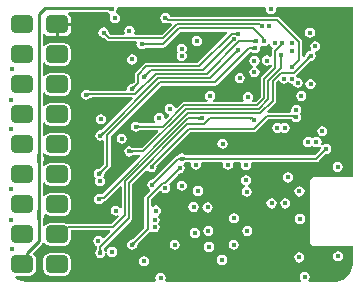
<source format=gbr>
%TF.GenerationSoftware,Altium Limited,Altium Designer,23.9.2 (47)*%
G04 Layer_Physical_Order=3*
G04 Layer_Color=16440176*
%FSLAX45Y45*%
%MOMM*%
%TF.SameCoordinates,AC4A3DE0-5486-420A-B1FF-1F5B93080124*%
%TF.FilePolarity,Positive*%
%TF.FileFunction,Copper,L3,Inr,Signal*%
%TF.Part,Single*%
G01*
G75*
%TA.AperFunction,Conductor*%
%ADD28C,0.15000*%
%ADD29C,0.25000*%
%TA.AperFunction,ViaPad*%
%ADD32C,0.45000*%
%TA.AperFunction,ComponentPad*%
G04:AMPARAMS|DCode=33|XSize=1.5mm|YSize=1.9mm|CornerRadius=0.375mm|HoleSize=0mm|Usage=FLASHONLY|Rotation=270.000|XOffset=0mm|YOffset=0mm|HoleType=Round|Shape=RoundedRectangle|*
%AMROUNDEDRECTD33*
21,1,1.50000,1.15000,0,0,270.0*
21,1,0.75000,1.90000,0,0,270.0*
1,1,0.75000,-0.57500,-0.37500*
1,1,0.75000,-0.57500,0.37500*
1,1,0.75000,0.57500,0.37500*
1,1,0.75000,0.57500,-0.37500*
%
%ADD33ROUNDEDRECTD33*%
G36*
X2956055Y1033945D02*
X2640000D01*
X2623183Y1030600D01*
X2608926Y1021074D01*
X2599401Y1006817D01*
X2596056Y990001D01*
Y490002D01*
X2599401Y473185D01*
X2608926Y458928D01*
X2623183Y449402D01*
X2640000Y446057D01*
X2956055D01*
Y299999D01*
X2956164Y299449D01*
X2950913Y259563D01*
X2935305Y221881D01*
X2910476Y189524D01*
X2878118Y164695D01*
X2840437Y149087D01*
X2814295Y145645D01*
X2800000Y143944D01*
Y143944D01*
X2584569D01*
X2580019Y158944D01*
X2580641Y159359D01*
X2590034Y173417D01*
X2593332Y190000D01*
X2590034Y206583D01*
X2580641Y220640D01*
X2566583Y230034D01*
X2550000Y233332D01*
X2533417Y230034D01*
X2519359Y220640D01*
X2509966Y206583D01*
X2506668Y190000D01*
X2509966Y173417D01*
X2519359Y159359D01*
X2519981Y158944D01*
X2515431Y143944D01*
X1375063D01*
X1367045Y158944D01*
X1370034Y163417D01*
X1373332Y180000D01*
X1370034Y196583D01*
X1360640Y210640D01*
X1346583Y220034D01*
X1330000Y223332D01*
X1313417Y220034D01*
X1299359Y210640D01*
X1289966Y196583D01*
X1286667Y180000D01*
X1289966Y163417D01*
X1292955Y158944D01*
X1284937Y143944D01*
X200000D01*
X199453Y143835D01*
X159563Y149087D01*
X121882Y164695D01*
X97751Y183211D01*
X102167Y196650D01*
X103283Y197874D01*
X217500D01*
X239935Y202336D01*
X258955Y215045D01*
X271663Y234065D01*
X276126Y256500D01*
Y331500D01*
X271663Y353935D01*
X258955Y372955D01*
X251318Y378058D01*
X249848Y392985D01*
X323431Y466569D01*
X330614Y477319D01*
X330812Y478313D01*
X346736Y481481D01*
X355045Y469045D01*
X374065Y456336D01*
X396500Y451874D01*
X511500D01*
X533935Y456336D01*
X552955Y469045D01*
X565663Y488065D01*
X570126Y510500D01*
Y581961D01*
X898090D01*
X903830Y568104D01*
X854695Y518968D01*
X835383Y520870D01*
X834272Y522533D01*
X820214Y531926D01*
X803632Y535224D01*
X787049Y531926D01*
X772991Y522533D01*
X763598Y508475D01*
X760299Y491892D01*
X763598Y475309D01*
X772991Y461252D01*
X787049Y451858D01*
X788175Y451634D01*
X792284Y445485D01*
X792153Y436147D01*
X791396Y434427D01*
X791325Y431143D01*
X791154Y428675D01*
X790892Y426560D01*
X790572Y424832D01*
X790225Y423487D01*
X789895Y422525D01*
X789630Y421927D01*
X789478Y421658D01*
X789472Y421649D01*
X788738Y420838D01*
X787443Y417209D01*
X780505Y406827D01*
X777207Y390244D01*
X780505Y373662D01*
X789899Y359604D01*
X803957Y350210D01*
X820539Y346912D01*
X837122Y350210D01*
X851180Y359604D01*
X860573Y373662D01*
X862612Y383913D01*
X863872Y390244D01*
X878304Y391769D01*
X879966Y383417D01*
X889359Y369359D01*
X903417Y359966D01*
X920000Y356668D01*
X936583Y359966D01*
X950640Y369359D01*
X960034Y383417D01*
X963332Y400000D01*
X960034Y416583D01*
X950640Y430640D01*
X936583Y440034D01*
X920000Y443332D01*
X903417Y440034D01*
X889359Y430640D01*
X879966Y416583D01*
X877927Y406332D01*
X876667Y400000D01*
X862235Y398476D01*
X860573Y406827D01*
X853636Y417209D01*
X852340Y420838D01*
X851607Y421649D01*
X851601Y421658D01*
X851448Y421928D01*
X851183Y422526D01*
X850854Y423487D01*
X850507Y424831D01*
X850241Y426267D01*
X849747Y431426D01*
X849682Y434427D01*
X849614Y434582D01*
X1079826Y664795D01*
X1085904Y673891D01*
X1088038Y684621D01*
Y973534D01*
X1203183Y1088678D01*
X1222494Y1086776D01*
X1223605Y1085114D01*
X1237663Y1075720D01*
X1254246Y1072422D01*
X1270829Y1075720D01*
X1284886Y1085114D01*
X1294280Y1099172D01*
X1297578Y1115754D01*
X1295559Y1125906D01*
X1436849Y1267196D01*
X1436849Y1267197D01*
X1581614Y1411961D01*
X2120000D01*
X2130730Y1414096D01*
X2139826Y1420174D01*
X2241614Y1521961D01*
X2430520D01*
X2431991Y1521082D01*
X2433342Y1521422D01*
X2434616Y1520858D01*
X2437918Y1520778D01*
X2440158Y1520599D01*
X2441788Y1520359D01*
X2442050Y1520299D01*
X2449360Y1509359D01*
X2463417Y1499966D01*
X2480000Y1496668D01*
X2496583Y1499966D01*
X2510641Y1509359D01*
X2520034Y1523417D01*
X2523333Y1540000D01*
X2520034Y1556583D01*
X2511069Y1570000D01*
X2520034Y1583417D01*
X2523333Y1600000D01*
X2520034Y1616583D01*
X2510641Y1630641D01*
X2496583Y1640034D01*
X2480000Y1643333D01*
X2463417Y1640034D01*
X2449360Y1630641D01*
X2439966Y1616583D01*
X2436668Y1600000D01*
X2437831Y1594152D01*
X2437689Y1590682D01*
X2426893Y1578039D01*
X2238904D01*
X2232691Y1593038D01*
X2299826Y1660174D01*
X2305904Y1669270D01*
X2308039Y1680000D01*
Y1835960D01*
X2323642Y1851563D01*
X2340133Y1846841D01*
X2347502Y1835813D01*
X2361560Y1826420D01*
X2378143Y1823121D01*
X2394725Y1826420D01*
X2408004Y1835293D01*
X2408354Y1834770D01*
X2422412Y1825376D01*
X2438995Y1822078D01*
X2448669Y1824002D01*
X2450324Y1815683D01*
X2459718Y1801625D01*
X2473776Y1792231D01*
X2490358Y1788933D01*
X2506941Y1792231D01*
X2520999Y1801625D01*
X2530392Y1815683D01*
X2533691Y1832265D01*
X2530392Y1848848D01*
X2520999Y1862906D01*
X2506941Y1872299D01*
X2490358Y1875598D01*
X2484902Y1874512D01*
X2476353Y1887447D01*
X2478468Y1898083D01*
X2587314Y2006928D01*
X2589872Y2007924D01*
X2592243Y2010196D01*
X2594129Y2011841D01*
X2595824Y2013170D01*
X2597308Y2014198D01*
X2598549Y2014940D01*
X2599519Y2015424D01*
X2600200Y2015695D01*
X2600585Y2015808D01*
X2600688Y2015828D01*
X2601829Y2015909D01*
X2605558Y2017773D01*
X2616583Y2019966D01*
X2630640Y2029359D01*
X2640034Y2043417D01*
X2643332Y2060000D01*
X2640034Y2076583D01*
X2636347Y2082100D01*
X2637530Y2086816D01*
X2644108Y2097485D01*
X2656583Y2099966D01*
X2670641Y2109360D01*
X2680034Y2123417D01*
X2683332Y2140000D01*
X2680034Y2156583D01*
X2670641Y2170641D01*
X2656583Y2180034D01*
X2640000Y2183332D01*
X2623417Y2180034D01*
X2609360Y2170641D01*
X2599966Y2156583D01*
X2596668Y2140000D01*
X2599966Y2123417D01*
X2603653Y2117899D01*
X2602470Y2113184D01*
X2595892Y2102515D01*
X2583417Y2100034D01*
X2569359Y2090640D01*
X2559966Y2076583D01*
X2557257Y2062965D01*
X2555873Y2059877D01*
X2555845Y2058880D01*
X2555800Y2058710D01*
X2555600Y2058174D01*
X2555190Y2057322D01*
X2554519Y2056169D01*
X2553725Y2055004D01*
X2550457Y2051031D01*
X2548389Y2048869D01*
X2547922Y2048698D01*
X2543039Y2047193D01*
X2528039Y2057692D01*
Y2180000D01*
X2525904Y2190730D01*
X2519826Y2199826D01*
X2338263Y2381389D01*
X2329167Y2387467D01*
X2318437Y2389602D01*
X1411423D01*
X1410034Y2396583D01*
X1400641Y2410641D01*
X1386583Y2420034D01*
X1370000Y2423332D01*
X1353417Y2420034D01*
X1339360Y2410641D01*
X1329966Y2396583D01*
X1326668Y2380000D01*
X1329966Y2363417D01*
X1339360Y2349360D01*
X1353417Y2339966D01*
X1370000Y2336668D01*
X1381031Y2338862D01*
X1385825Y2335659D01*
X1396555Y2333524D01*
X1418014D01*
X1423755Y2319666D01*
X1342127Y2238038D01*
X1115278D01*
X1106893Y2252277D01*
X1106956Y2253038D01*
X1110125Y2268972D01*
X1106827Y2285554D01*
X1097433Y2299612D01*
X1083376Y2309006D01*
X1066793Y2312304D01*
X1050210Y2309006D01*
X1036152Y2299612D01*
X1026759Y2285554D01*
X1023460Y2268972D01*
X1026630Y2253038D01*
X1026693Y2252277D01*
X1018307Y2238038D01*
X906429D01*
X900869Y2243598D01*
X899875Y2246154D01*
X897604Y2248526D01*
X895977Y2250396D01*
X894670Y2252071D01*
X893674Y2253521D01*
X892967Y2254718D01*
X892519Y2255634D01*
X892285Y2256240D01*
X892201Y2256541D01*
X892199Y2256552D01*
X892145Y2257643D01*
X890496Y2261123D01*
X888059Y2273372D01*
X878666Y2287430D01*
X864608Y2296823D01*
X848025Y2300122D01*
X831443Y2296823D01*
X817385Y2287430D01*
X807991Y2273372D01*
X804693Y2256789D01*
X807991Y2240207D01*
X817385Y2226149D01*
X831443Y2216756D01*
X843691Y2214319D01*
X847172Y2212670D01*
X848263Y2212615D01*
X848274Y2212614D01*
X848574Y2212530D01*
X849182Y2212295D01*
X850095Y2211849D01*
X851291Y2211142D01*
X852493Y2210317D01*
X856493Y2207015D01*
X858661Y2204940D01*
X861216Y2203946D01*
X874989Y2190174D01*
X884085Y2184095D01*
X894815Y2181961D01*
X1118184D01*
X1128204Y2166961D01*
X1126336Y2157572D01*
X1129635Y2140989D01*
X1139028Y2126931D01*
X1153086Y2117538D01*
X1169668Y2114239D01*
X1186251Y2117538D01*
X1196634Y2124475D01*
X1200263Y2125770D01*
X1201073Y2126504D01*
X1201082Y2126510D01*
X1201352Y2126663D01*
X1201950Y2126928D01*
X1202911Y2127257D01*
X1204255Y2127604D01*
X1205692Y2127870D01*
X1210850Y2128364D01*
X1213851Y2128429D01*
X1216362Y2129533D01*
X1347571D01*
X1358301Y2131667D01*
X1367398Y2137745D01*
X1494832Y2265180D01*
X1890877D01*
X1896617Y2251322D01*
X1643334Y1998039D01*
X1210000D01*
X1199270Y1995905D01*
X1190174Y1989826D01*
X1120174Y1919826D01*
X1114096Y1910730D01*
X1111961Y1900000D01*
Y1841614D01*
X1103191Y1832844D01*
X1100636Y1831850D01*
X1098264Y1829579D01*
X1096394Y1827951D01*
X1094719Y1826645D01*
X1093269Y1825649D01*
X1092071Y1824942D01*
X1091156Y1824494D01*
X1090550Y1824260D01*
X1090249Y1824176D01*
X1090238Y1824174D01*
X1089147Y1824120D01*
X1085666Y1822470D01*
X1073417Y1820034D01*
X1059360Y1810641D01*
X1049966Y1796583D01*
X1046668Y1780000D01*
X1047058Y1778039D01*
X1034747Y1763039D01*
X744128D01*
X741584Y1764145D01*
X738270Y1764202D01*
X735811Y1764336D01*
X730749Y1764934D01*
X729120Y1765248D01*
X727528Y1765648D01*
X726221Y1766063D01*
X725193Y1766467D01*
X724427Y1766836D01*
X723086Y1767619D01*
X719453Y1768116D01*
X716583Y1770034D01*
X700000Y1773332D01*
X683417Y1770034D01*
X669360Y1760641D01*
X659966Y1746583D01*
X656668Y1730000D01*
X659966Y1713417D01*
X669360Y1699360D01*
X683417Y1689966D01*
X700000Y1686668D01*
X716583Y1689966D01*
X730641Y1699360D01*
X733383Y1703464D01*
X734388Y1704078D01*
X734509Y1704093D01*
X734577Y1704131D01*
X735017Y1704244D01*
X735441Y1704563D01*
X735799Y1704712D01*
X735915Y1704828D01*
X736649Y1705054D01*
X737971Y1705341D01*
X739799Y1705599D01*
X742110Y1705780D01*
X745383Y1705859D01*
X747593Y1706838D01*
X749982Y1706467D01*
X750658Y1706962D01*
X1088053D01*
X1093793Y1693104D01*
X838033Y1437344D01*
X836410Y1436943D01*
X835659Y1435699D01*
X834304Y1435175D01*
X831939Y1432918D01*
X830140Y1431373D01*
X828591Y1430194D01*
X827341Y1429373D01*
X826428Y1428873D01*
X826115Y1428737D01*
X825922Y1428752D01*
X825534Y1428627D01*
X825160Y1428605D01*
X824759Y1428411D01*
X824674Y1428395D01*
X824539Y1428306D01*
X823028Y1427818D01*
X820780Y1428265D01*
X804198Y1424967D01*
X790140Y1415573D01*
X780746Y1401516D01*
X777448Y1384933D01*
X780746Y1368350D01*
X790140Y1354292D01*
X804198Y1344899D01*
X820780Y1341601D01*
X836961Y1344819D01*
X837383Y1344888D01*
X851961Y1336613D01*
Y1141614D01*
X823191Y1112844D01*
X820636Y1111850D01*
X818264Y1109579D01*
X816394Y1107951D01*
X814719Y1106644D01*
X813268Y1105649D01*
X812071Y1104942D01*
X811156Y1104494D01*
X810549Y1104260D01*
X810248Y1104176D01*
X810237Y1104174D01*
X809147Y1104120D01*
X805666Y1102470D01*
X793417Y1100034D01*
X779359Y1090640D01*
X769966Y1076583D01*
X766668Y1060000D01*
X769966Y1043417D01*
X779359Y1029359D01*
X785752Y1025088D01*
X778710Y1014548D01*
X775411Y997965D01*
X778710Y981383D01*
X788103Y967325D01*
X802161Y957931D01*
X818744Y954633D01*
X835326Y957931D01*
X849384Y967325D01*
X858778Y981383D01*
X862076Y997965D01*
X858778Y1014548D01*
X849384Y1028606D01*
X842991Y1032878D01*
X850034Y1043417D01*
X852470Y1055666D01*
X854120Y1059147D01*
X854174Y1060238D01*
X854176Y1060248D01*
X854259Y1060548D01*
X854494Y1061157D01*
X854941Y1062069D01*
X855647Y1063266D01*
X856472Y1064468D01*
X859774Y1068468D01*
X861850Y1070636D01*
X862844Y1073191D01*
X899826Y1110174D01*
X905904Y1119270D01*
X908039Y1130000D01*
Y1379981D01*
X1336432Y1808375D01*
X1789426D01*
X1800156Y1810510D01*
X1809253Y1816588D01*
X2087023Y2094358D01*
X2087783Y2094024D01*
X2091067Y2093953D01*
X2093535Y2093781D01*
X2095650Y2093520D01*
X2097378Y2093199D01*
X2098722Y2092852D01*
X2099685Y2092523D01*
X2100282Y2092258D01*
X2100551Y2092106D01*
X2100561Y2092099D01*
X2101371Y2091366D01*
X2105000Y2090070D01*
X2115383Y2083133D01*
X2131965Y2079834D01*
X2148548Y2083133D01*
X2162606Y2092526D01*
X2171999Y2106584D01*
X2175298Y2123167D01*
X2172655Y2136453D01*
X2180987Y2144394D01*
X2184812Y2146370D01*
X2186720Y2145096D01*
X2203302Y2141797D01*
X2219885Y2145096D01*
X2233943Y2154489D01*
X2239802Y2163258D01*
X2255726Y2160091D01*
X2257053Y2153418D01*
X2266447Y2139360D01*
X2273669Y2134535D01*
X2278887Y2122736D01*
X2277261Y2115467D01*
X2274096Y2110730D01*
X2271961Y2100000D01*
Y2059743D01*
X2269426Y2057705D01*
X2256961Y2053099D01*
X2246583Y2060034D01*
X2230000Y2063332D01*
X2213417Y2060034D01*
X2199360Y2050641D01*
X2189966Y2036583D01*
X2186668Y2020000D01*
X2189966Y2003417D01*
X2199360Y1989359D01*
X2213417Y1979966D01*
X2230000Y1976668D01*
X2246583Y1979966D01*
X2256961Y1986901D01*
X2269426Y1982295D01*
X2270646Y1981314D01*
X2271156Y1966053D01*
X2190174Y1885071D01*
X2184096Y1875975D01*
X2181962Y1865245D01*
Y1714040D01*
X2135960Y1668039D01*
X2109742D01*
X2107709Y1670566D01*
X2103097Y1683039D01*
X2110030Y1693414D01*
X2113328Y1709997D01*
X2110030Y1726579D01*
X2100636Y1740637D01*
X2086579Y1750031D01*
X2069996Y1753329D01*
X2053413Y1750031D01*
X2039355Y1740637D01*
X2029962Y1726579D01*
X2026663Y1709997D01*
X2029962Y1693414D01*
X2036895Y1683039D01*
X2032283Y1670566D01*
X2030250Y1668039D01*
X1775732D01*
X1771181Y1683039D01*
X1780640Y1689359D01*
X1790033Y1703416D01*
X1793331Y1719999D01*
X1790033Y1736582D01*
X1780640Y1750640D01*
X1766582Y1760033D01*
X1749999Y1763331D01*
X1733416Y1760033D01*
X1719359Y1750640D01*
X1709965Y1736582D01*
X1706667Y1719999D01*
X1709965Y1703416D01*
X1719359Y1689359D01*
X1728817Y1683039D01*
X1724266Y1668039D01*
X1530000D01*
X1519270Y1665904D01*
X1510174Y1659826D01*
X1466173Y1615825D01*
X1449897Y1620762D01*
X1448593Y1627313D01*
X1439200Y1641371D01*
X1425142Y1650764D01*
X1408560Y1654063D01*
X1391977Y1650764D01*
X1377919Y1641371D01*
X1368526Y1627313D01*
X1365227Y1610730D01*
X1368526Y1594148D01*
X1377919Y1580090D01*
X1391977Y1570696D01*
X1398528Y1569393D01*
X1403465Y1553117D01*
X1375945Y1525597D01*
X1362121Y1532987D01*
X1362130Y1533032D01*
X1358831Y1549615D01*
X1349438Y1563673D01*
X1335380Y1573066D01*
X1318797Y1576365D01*
X1302215Y1573066D01*
X1288157Y1563673D01*
X1278764Y1549615D01*
X1275465Y1533032D01*
X1278764Y1516450D01*
X1287725Y1503038D01*
X1286971Y1499307D01*
X1282639Y1488038D01*
X1166694D01*
X1164184Y1489143D01*
X1160899Y1489214D01*
X1158431Y1489385D01*
X1156315Y1489647D01*
X1154587Y1489968D01*
X1153243Y1490315D01*
X1152281Y1490644D01*
X1151683Y1490909D01*
X1151414Y1491061D01*
X1151405Y1491068D01*
X1150594Y1491801D01*
X1146965Y1493096D01*
X1136583Y1500034D01*
X1120000Y1503332D01*
X1103417Y1500034D01*
X1089360Y1490640D01*
X1079966Y1476583D01*
X1076668Y1460000D01*
X1079966Y1443417D01*
X1089360Y1429359D01*
X1103417Y1419966D01*
X1120000Y1416667D01*
X1136583Y1419966D01*
X1146965Y1426903D01*
X1150594Y1428199D01*
X1151405Y1428932D01*
X1151413Y1428938D01*
X1151684Y1429091D01*
X1152281Y1429356D01*
X1153243Y1429685D01*
X1154587Y1430032D01*
X1156023Y1430299D01*
X1161182Y1430792D01*
X1164184Y1430857D01*
X1166693Y1431961D01*
X1305137D01*
X1310877Y1418103D01*
X1170812Y1278039D01*
X1111693D01*
X1109182Y1279143D01*
X1105899Y1279214D01*
X1103431Y1279386D01*
X1101316Y1279647D01*
X1099587Y1279968D01*
X1098243Y1280315D01*
X1097281Y1280644D01*
X1096683Y1280909D01*
X1096414Y1281061D01*
X1096405Y1281068D01*
X1095594Y1281801D01*
X1091965Y1283096D01*
X1081583Y1290034D01*
X1065000Y1293332D01*
X1048418Y1290034D01*
X1034360Y1280641D01*
X1024966Y1266583D01*
X1021668Y1250000D01*
X1024966Y1233417D01*
X1034360Y1219360D01*
X1048418Y1209966D01*
X1065000Y1206668D01*
X1081583Y1209966D01*
X1091965Y1216904D01*
X1095594Y1218199D01*
X1096405Y1218932D01*
X1096413Y1218939D01*
X1096684Y1219092D01*
X1097282Y1219356D01*
X1098243Y1219685D01*
X1099587Y1220032D01*
X1101023Y1220299D01*
X1106182Y1220792D01*
X1109182Y1220857D01*
X1111693Y1221961D01*
X1152711D01*
X1158451Y1208104D01*
X838386Y888039D01*
X829525D01*
X822230Y886588D01*
X807577Y889502D01*
X790994Y886204D01*
X776936Y876810D01*
X767543Y862752D01*
X764245Y846170D01*
X767543Y829587D01*
X776936Y815529D01*
X790994Y806136D01*
X807577Y802837D01*
X824160Y806136D01*
X838218Y815529D01*
X847611Y829587D01*
X848083Y831962D01*
X850000D01*
X860730Y834096D01*
X869826Y840174D01*
X988103Y958451D01*
X1001961Y952711D01*
Y774427D01*
X986961Y769877D01*
X980640Y779337D01*
X966583Y788730D01*
X950000Y792028D01*
X933417Y788730D01*
X919359Y779337D01*
X909966Y765279D01*
X906667Y748696D01*
X909966Y732113D01*
X919359Y718055D01*
X933417Y708662D01*
X950000Y705364D01*
X966583Y708662D01*
X970241Y711107D01*
X979803Y699456D01*
X918386Y638039D01*
X550286D01*
X539560Y635905D01*
X533935Y639663D01*
X511500Y644126D01*
X396500D01*
X374065Y639663D01*
X355045Y626955D01*
X348136Y616615D01*
X333136Y621166D01*
Y666238D01*
X334147Y668625D01*
X334177Y672518D01*
X334406Y678920D01*
X334812Y683438D01*
X334966Y684440D01*
X335051Y684831D01*
X335261Y685509D01*
X335242Y685712D01*
X335250Y685750D01*
X335226Y685884D01*
X335198Y686181D01*
X340034Y693417D01*
X343332Y710000D01*
X342320Y715090D01*
X351720Y720966D01*
X356183Y722285D01*
X374065Y710336D01*
X396500Y705874D01*
X511500D01*
X533935Y710336D01*
X552955Y723045D01*
X565663Y742065D01*
X570126Y764500D01*
Y839500D01*
X565663Y861935D01*
X552955Y880955D01*
X533935Y893663D01*
X511500Y898126D01*
X396500D01*
X374065Y893663D01*
X355045Y880955D01*
X348136Y870615D01*
X333136Y875166D01*
Y982834D01*
X348136Y987384D01*
X355045Y977045D01*
X374065Y964336D01*
X396500Y959874D01*
X511500D01*
X533935Y964336D01*
X552955Y977045D01*
X565663Y996065D01*
X570126Y1018500D01*
Y1093500D01*
X565663Y1115935D01*
X552955Y1134955D01*
X533935Y1147663D01*
X511500Y1152126D01*
X396500D01*
X374065Y1147663D01*
X355045Y1134955D01*
X348136Y1124615D01*
X333136Y1129166D01*
Y1146237D01*
X334147Y1148624D01*
X334177Y1152517D01*
X334406Y1158919D01*
X334812Y1163438D01*
X334966Y1164440D01*
X335051Y1164831D01*
X335261Y1165509D01*
X335242Y1165712D01*
X335250Y1165750D01*
X335226Y1165883D01*
X335198Y1166181D01*
X340034Y1173417D01*
X343332Y1190000D01*
X340034Y1206583D01*
X335216Y1213792D01*
X335207Y1213916D01*
X335226Y1214116D01*
X335250Y1214250D01*
X335242Y1214288D01*
X335261Y1214491D01*
X335134Y1214899D01*
X334174Y1227890D01*
X334147Y1231375D01*
X335868Y1232745D01*
X355045Y1231045D01*
X374065Y1218336D01*
X396500Y1213874D01*
X511500D01*
X533935Y1218336D01*
X552955Y1231045D01*
X565663Y1250065D01*
X570126Y1272500D01*
Y1347500D01*
X565663Y1369935D01*
X552955Y1388955D01*
X533935Y1401663D01*
X511500Y1406126D01*
X396500D01*
X374065Y1401663D01*
X355045Y1388955D01*
X348136Y1378615D01*
X333136Y1383166D01*
Y1490834D01*
X348136Y1495384D01*
X355045Y1485045D01*
X374065Y1472336D01*
X396500Y1467874D01*
X511500D01*
X533935Y1472336D01*
X552955Y1485045D01*
X565663Y1504065D01*
X570126Y1526500D01*
Y1601500D01*
X565663Y1623935D01*
X552955Y1642955D01*
X533935Y1655663D01*
X511500Y1660126D01*
X396500D01*
X374065Y1655663D01*
X355045Y1642955D01*
X348136Y1632615D01*
X333136Y1637166D01*
Y1744834D01*
X348136Y1749384D01*
X355045Y1739045D01*
X374065Y1726336D01*
X396500Y1721874D01*
X511500D01*
X533935Y1726336D01*
X552955Y1739045D01*
X565663Y1758065D01*
X570126Y1780500D01*
Y1855500D01*
X565663Y1877935D01*
X552955Y1896955D01*
X533935Y1909663D01*
X511500Y1914126D01*
X396500D01*
X374065Y1909663D01*
X355045Y1896955D01*
X348136Y1886615D01*
X333136Y1891166D01*
Y1998834D01*
X348136Y2003384D01*
X355045Y1993045D01*
X374065Y1980336D01*
X396500Y1975874D01*
X511500D01*
X533935Y1980336D01*
X552955Y1993045D01*
X565663Y2012065D01*
X570126Y2034500D01*
Y2109500D01*
X565663Y2131935D01*
X552955Y2150955D01*
X533935Y2163663D01*
X511500Y2168126D01*
X396500D01*
X374065Y2163663D01*
X355045Y2150955D01*
X348136Y2140615D01*
X333136Y2145166D01*
Y2243114D01*
X348136Y2247664D01*
X351152Y2243152D01*
X371958Y2229250D01*
X396500Y2224368D01*
X441300D01*
Y2326000D01*
X454000D01*
Y2338700D01*
X575632D01*
Y2363500D01*
X570750Y2388042D01*
X556848Y2408848D01*
X547155Y2415325D01*
X551705Y2430325D01*
X881169D01*
X885556Y2423759D01*
X899614Y2414366D01*
X906382Y2397726D01*
X904084Y2394287D01*
X900785Y2377704D01*
X904084Y2361121D01*
X913477Y2347063D01*
X927535Y2337670D01*
X944117Y2334372D01*
X960700Y2337670D01*
X974758Y2347063D01*
X984151Y2361121D01*
X987450Y2377704D01*
X984151Y2394287D01*
X974758Y2408344D01*
X960700Y2417738D01*
X953932Y2434378D01*
X956230Y2437817D01*
X959529Y2454400D01*
X958205Y2461056D01*
X969508Y2476056D01*
X2213271D01*
X2224574Y2461056D01*
X2223250Y2454400D01*
X2226549Y2437817D01*
X2235942Y2423759D01*
X2250000Y2414366D01*
X2266583Y2411068D01*
X2283165Y2414366D01*
X2297223Y2423759D01*
X2306617Y2437817D01*
X2309915Y2454400D01*
X2308591Y2461056D01*
X2319894Y2476056D01*
X2956055D01*
Y1033945D01*
D02*
G37*
G36*
X1972957Y2231128D02*
X1971278Y2232729D01*
X1969363Y2234161D01*
X1967211Y2235425D01*
X1964824Y2236521D01*
X1962200Y2237447D01*
X1959339Y2238206D01*
X1956243Y2238795D01*
X1952910Y2239217D01*
X1949341Y2239469D01*
X1945536Y2239554D01*
X1945986Y2254554D01*
X1949774Y2254634D01*
X1956683Y2255279D01*
X1959803Y2255844D01*
X1962700Y2256569D01*
X1965375Y2257456D01*
X1967827Y2258504D01*
X1970056Y2259713D01*
X1972063Y2261084D01*
X1973846Y2262616D01*
X1972957Y2231128D01*
D02*
G37*
G36*
X870640Y2254231D02*
X871036Y2251853D01*
X871710Y2249428D01*
X872663Y2246959D01*
X873895Y2244443D01*
X875406Y2241882D01*
X877196Y2239276D01*
X879264Y2236624D01*
X881612Y2233926D01*
X884238Y2231183D01*
X873632Y2220576D01*
X870889Y2223203D01*
X865539Y2227619D01*
X862932Y2229409D01*
X860371Y2230920D01*
X857856Y2232152D01*
X855386Y2233105D01*
X852962Y2233779D01*
X850583Y2234174D01*
X848250Y2234291D01*
X870524Y2256564D01*
X870640Y2254231D01*
D02*
G37*
G36*
X2125220Y2167906D02*
X2123488Y2169474D01*
X2121526Y2170876D01*
X2119335Y2172114D01*
X2116915Y2173186D01*
X2114265Y2174094D01*
X2111386Y2174836D01*
X2108277Y2175414D01*
X2104939Y2175826D01*
X2101372Y2176074D01*
X2097575Y2176156D01*
Y2191156D01*
X2101372Y2191239D01*
X2108277Y2191899D01*
X2111386Y2192476D01*
X2114265Y2193219D01*
X2116915Y2194126D01*
X2119335Y2195199D01*
X2121526Y2196436D01*
X2123488Y2197839D01*
X2125220Y2199406D01*
Y2167906D01*
D02*
G37*
G36*
X1949774Y2177460D02*
X1947441Y2177344D01*
X1945063Y2176949D01*
X1942638Y2176275D01*
X1940169Y2175322D01*
X1937653Y2174090D01*
X1935092Y2172579D01*
X1932486Y2170789D01*
X1929834Y2168720D01*
X1927136Y2166373D01*
X1924393Y2163746D01*
X1913786Y2174353D01*
X1916413Y2177096D01*
X1920829Y2182445D01*
X1922619Y2185052D01*
X1924130Y2187613D01*
X1925362Y2190128D01*
X1926315Y2192598D01*
X1926989Y2195023D01*
X1927384Y2197401D01*
X1927501Y2199734D01*
X1949774Y2177460D01*
D02*
G37*
G36*
X1187469Y2171754D02*
X1189430Y2170352D01*
X1191621Y2169114D01*
X1194041Y2168041D01*
X1196691Y2167134D01*
X1199570Y2166391D01*
X1202679Y2165814D01*
X1206017Y2165402D01*
X1209585Y2165154D01*
X1213382Y2165072D01*
Y2150071D01*
X1209585Y2149989D01*
X1202679Y2149329D01*
X1199570Y2148752D01*
X1196691Y2148009D01*
X1194041Y2147102D01*
X1191621Y2146029D01*
X1189430Y2144791D01*
X1187469Y2143389D01*
X1185737Y2141821D01*
Y2173322D01*
X1187469Y2171754D01*
D02*
G37*
G36*
X2362899Y2141744D02*
X2360538Y2141387D01*
X2358137Y2140780D01*
X2355698Y2139923D01*
X2353219Y2138816D01*
X2350702Y2137459D01*
X2348145Y2135851D01*
X2345550Y2133994D01*
X2342915Y2131887D01*
X2337528Y2126922D01*
X2325691Y2136298D01*
X2328334Y2139066D01*
X2332702Y2144436D01*
X2334426Y2147037D01*
X2335844Y2149582D01*
X2336956Y2152071D01*
X2337761Y2154504D01*
X2338259Y2156881D01*
X2338452Y2159202D01*
X2338338Y2161468D01*
X2362899Y2141744D01*
D02*
G37*
G36*
X2115897Y2107417D02*
X2114165Y2108984D01*
X2112204Y2110387D01*
X2110013Y2111624D01*
X2107592Y2112697D01*
X2104942Y2113604D01*
X2102063Y2114347D01*
X2098955Y2114924D01*
X2095617Y2115337D01*
X2092049Y2115584D01*
X2088252Y2115667D01*
Y2130667D01*
X2092049Y2130749D01*
X2098955Y2131409D01*
X2102063Y2131987D01*
X2104942Y2132729D01*
X2107592Y2133637D01*
X2110013Y2134709D01*
X2112204Y2135947D01*
X2114165Y2137349D01*
X2115897Y2138917D01*
Y2107417D01*
D02*
G37*
G36*
X1989775Y2087501D02*
X1987442Y2087385D01*
X1985063Y2086990D01*
X1982639Y2086316D01*
X1980169Y2085362D01*
X1977654Y2084130D01*
X1975093Y2082620D01*
X1972486Y2080830D01*
X1969834Y2078761D01*
X1967137Y2076413D01*
X1964394Y2073787D01*
X1953787Y2084394D01*
X1956413Y2087137D01*
X1960830Y2092486D01*
X1962620Y2095093D01*
X1964130Y2097654D01*
X1965362Y2100169D01*
X1966316Y2102639D01*
X1966990Y2105063D01*
X1967385Y2107442D01*
X1967501Y2109775D01*
X1989775Y2087501D01*
D02*
G37*
G36*
X2364183Y2052200D02*
X2362780Y2050238D01*
X2361543Y2048047D01*
X2360470Y2045627D01*
X2359563Y2042977D01*
X2358820Y2040098D01*
X2358243Y2036989D01*
X2357830Y2033651D01*
X2357583Y2030084D01*
X2357500Y2026287D01*
X2342500D01*
X2342418Y2030084D01*
X2341758Y2036989D01*
X2341180Y2040098D01*
X2340438Y2042977D01*
X2339530Y2045627D01*
X2338458Y2048047D01*
X2337220Y2050238D01*
X2335818Y2052200D01*
X2334250Y2053932D01*
X2365750D01*
X2364183Y2052200D01*
D02*
G37*
G36*
X2600294Y2037502D02*
X2597951Y2037335D01*
X2595565Y2036896D01*
X2593134Y2036183D01*
X2590660Y2035198D01*
X2588142Y2033940D01*
X2585580Y2032408D01*
X2582975Y2030604D01*
X2580325Y2028527D01*
X2577632Y2026178D01*
X2574895Y2023555D01*
X2564029Y2033902D01*
X2566659Y2036651D01*
X2571065Y2042007D01*
X2572840Y2044613D01*
X2574331Y2047172D01*
X2575537Y2049684D01*
X2576458Y2052148D01*
X2577094Y2054565D01*
X2577446Y2056935D01*
X2577512Y2059256D01*
X2600294Y2037502D01*
D02*
G37*
G36*
X2476216Y1988515D02*
X2473589Y1985772D01*
X2469173Y1980423D01*
X2467383Y1977816D01*
X2465872Y1975255D01*
X2464640Y1972740D01*
X2463687Y1970270D01*
X2463013Y1967846D01*
X2462618Y1965467D01*
X2462502Y1963134D01*
X2440228Y1985408D01*
X2442561Y1985524D01*
X2444939Y1985919D01*
X2447364Y1986593D01*
X2449834Y1987547D01*
X2452349Y1988779D01*
X2454910Y1990289D01*
X2457517Y1992079D01*
X2460169Y1994148D01*
X2462866Y1996496D01*
X2465609Y1999122D01*
X2476216Y1988515D01*
D02*
G37*
G36*
X1226213Y1905607D02*
X1223587Y1902863D01*
X1219170Y1897514D01*
X1217380Y1894907D01*
X1215870Y1892346D01*
X1214638Y1889831D01*
X1213684Y1887361D01*
X1213010Y1884937D01*
X1212615Y1882558D01*
X1212499Y1880225D01*
X1190225Y1902499D01*
X1192558Y1902615D01*
X1194937Y1903010D01*
X1197361Y1903685D01*
X1199831Y1904638D01*
X1202346Y1905870D01*
X1204907Y1907380D01*
X1207514Y1909170D01*
X1210166Y1911239D01*
X1212863Y1913587D01*
X1215606Y1916213D01*
X1226213Y1905607D01*
D02*
G37*
G36*
X1126213Y1805606D02*
X1123587Y1802863D01*
X1119170Y1797514D01*
X1117381Y1794907D01*
X1115870Y1792346D01*
X1114638Y1789831D01*
X1113685Y1787361D01*
X1113010Y1784937D01*
X1112615Y1782558D01*
X1112499Y1780225D01*
X1090225Y1802499D01*
X1092558Y1802615D01*
X1094937Y1803010D01*
X1097361Y1803684D01*
X1099831Y1804638D01*
X1102346Y1805870D01*
X1104907Y1807380D01*
X1107514Y1809170D01*
X1110166Y1811239D01*
X1112863Y1813587D01*
X1115607Y1816213D01*
X1126213Y1805606D01*
D02*
G37*
G36*
X714257Y1747706D02*
X716528Y1746613D01*
X718980Y1745649D01*
X721612Y1744814D01*
X724426Y1744107D01*
X727421Y1743528D01*
X733953Y1742757D01*
X737490Y1742564D01*
X741208Y1742500D01*
X744861Y1727500D01*
X741007Y1727407D01*
X737438Y1727129D01*
X734155Y1726664D01*
X731157Y1726014D01*
X728445Y1725179D01*
X726018Y1724157D01*
X723877Y1722950D01*
X722021Y1721557D01*
X720451Y1719979D01*
X719166Y1718215D01*
X712166Y1748927D01*
X714257Y1747706D01*
D02*
G37*
G36*
X2458606Y1533032D02*
X2457817Y1534831D01*
X2456681Y1536441D01*
X2455199Y1537861D01*
X2453372Y1539092D01*
X2451198Y1540133D01*
X2448678Y1540985D01*
X2445812Y1541648D01*
X2442601Y1542121D01*
X2439043Y1542405D01*
X2435140Y1542500D01*
X2437345Y1557500D01*
X2442486Y1557530D01*
X2464943Y1558981D01*
X2467287Y1559435D01*
X2469232Y1559949D01*
X2470777Y1560523D01*
X2458606Y1533032D01*
D02*
G37*
G36*
X1663932Y1514250D02*
X1662200Y1515817D01*
X1660238Y1517220D01*
X1658047Y1518457D01*
X1655627Y1519530D01*
X1652977Y1520437D01*
X1650098Y1521180D01*
X1646989Y1521757D01*
X1643651Y1522170D01*
X1640084Y1522418D01*
X1636287Y1522500D01*
Y1537500D01*
X1640084Y1537582D01*
X1646989Y1538243D01*
X1650098Y1538820D01*
X1652977Y1539563D01*
X1655627Y1540470D01*
X1658047Y1541543D01*
X1660238Y1542780D01*
X1662200Y1544183D01*
X1663932Y1545750D01*
Y1514250D01*
D02*
G37*
G36*
X2098606Y1513033D02*
X2097816Y1514831D01*
X2096681Y1516441D01*
X2095199Y1517861D01*
X2093371Y1519092D01*
X2091198Y1520133D01*
X2088678Y1520985D01*
X2085812Y1521648D01*
X2082601Y1522121D01*
X2079043Y1522405D01*
X2075140Y1522500D01*
X2077345Y1537500D01*
X2082486Y1537530D01*
X2104943Y1538981D01*
X2107287Y1539435D01*
X2109232Y1539949D01*
X2110777Y1540523D01*
X2098606Y1513033D01*
D02*
G37*
G36*
X1137800Y1474182D02*
X1139762Y1472780D01*
X1141953Y1471542D01*
X1144373Y1470470D01*
X1147023Y1469562D01*
X1149902Y1468820D01*
X1153011Y1468242D01*
X1156349Y1467830D01*
X1159916Y1467582D01*
X1163713Y1467500D01*
Y1452500D01*
X1159916Y1452417D01*
X1153011Y1451757D01*
X1149902Y1451180D01*
X1147023Y1450437D01*
X1144373Y1449530D01*
X1141953Y1448457D01*
X1139762Y1447220D01*
X1137800Y1445817D01*
X1136068Y1444250D01*
Y1475750D01*
X1137800Y1474182D01*
D02*
G37*
G36*
X858245Y1407296D02*
X855644Y1404594D01*
X851165Y1399302D01*
X849287Y1396713D01*
X847651Y1394163D01*
X846256Y1391650D01*
X845101Y1389175D01*
X844188Y1386738D01*
X843516Y1384339D01*
X843085Y1381978D01*
X824181Y1407174D01*
X826419Y1406994D01*
X828717Y1407128D01*
X831074Y1407576D01*
X833491Y1408338D01*
X835968Y1409415D01*
X838505Y1410806D01*
X841101Y1412511D01*
X843757Y1414531D01*
X846473Y1416864D01*
X849248Y1419512D01*
X858245Y1407296D01*
D02*
G37*
G36*
X1082800Y1264183D02*
X1084762Y1262780D01*
X1086953Y1261543D01*
X1089373Y1260470D01*
X1092023Y1259563D01*
X1094902Y1258820D01*
X1098011Y1258243D01*
X1101349Y1257830D01*
X1104916Y1257582D01*
X1108713Y1257500D01*
Y1242500D01*
X1104916Y1242418D01*
X1098011Y1241757D01*
X1094902Y1241180D01*
X1092023Y1240437D01*
X1089373Y1239530D01*
X1086953Y1238458D01*
X1084762Y1237220D01*
X1082800Y1235817D01*
X1081068Y1234250D01*
Y1265750D01*
X1082800Y1264183D01*
D02*
G37*
G36*
X312532Y1227005D02*
X313670Y1211620D01*
X314092Y1209669D01*
X314580Y1208093D01*
X315132Y1206893D01*
X315750Y1206068D01*
X284250D01*
X284867Y1206893D01*
X285420Y1208093D01*
X285907Y1209669D01*
X286330Y1211620D01*
X286688Y1213946D01*
X287207Y1219725D01*
X287468Y1227005D01*
X287500Y1231208D01*
X312500D01*
X312532Y1227005D01*
D02*
G37*
G36*
X315132Y1173107D02*
X314580Y1171907D01*
X314092Y1170331D01*
X313670Y1168380D01*
X313312Y1166054D01*
X312792Y1160275D01*
X312532Y1152995D01*
X312500Y1148792D01*
X287500D01*
X287468Y1152995D01*
X286330Y1168380D01*
X285907Y1170331D01*
X285420Y1171907D01*
X284867Y1173107D01*
X284250Y1173932D01*
X315750D01*
X315132Y1173107D01*
D02*
G37*
G36*
X846213Y1085606D02*
X843587Y1082863D01*
X839170Y1077514D01*
X837380Y1074907D01*
X835870Y1072346D01*
X834638Y1069831D01*
X833684Y1067361D01*
X833010Y1064937D01*
X832615Y1062558D01*
X832499Y1060225D01*
X810225Y1082499D01*
X812558Y1082615D01*
X814937Y1083010D01*
X817361Y1083684D01*
X819831Y1084638D01*
X822346Y1085870D01*
X824907Y1087380D01*
X827514Y1089170D01*
X830166Y1091239D01*
X832863Y1093587D01*
X835606Y1096213D01*
X846213Y1085606D01*
D02*
G37*
G36*
X312532Y747005D02*
X313670Y731620D01*
X314092Y729669D01*
X314580Y728093D01*
X315132Y726893D01*
X315750Y726068D01*
X284250D01*
X284867Y726893D01*
X285420Y728093D01*
X285907Y729669D01*
X286330Y731620D01*
X286688Y733946D01*
X287207Y739725D01*
X287468Y747005D01*
X287500Y751208D01*
X312500D01*
X312532Y747005D01*
D02*
G37*
G36*
X315132Y693107D02*
X314580Y691907D01*
X314092Y690331D01*
X313670Y688380D01*
X313312Y686054D01*
X312792Y680275D01*
X312532Y672995D01*
X312500Y668792D01*
X287500D01*
X287468Y672995D01*
X286330Y688380D01*
X285907Y690331D01*
X285420Y691907D01*
X284867Y693107D01*
X284250Y693932D01*
X315750D01*
X315132Y693107D01*
D02*
G37*
G36*
X828122Y430160D02*
X828782Y423255D01*
X829359Y420146D01*
X830102Y417267D01*
X831009Y414617D01*
X832082Y412197D01*
X833319Y410006D01*
X834722Y408045D01*
X836289Y406313D01*
X804789D01*
X806357Y408045D01*
X807759Y410006D01*
X808997Y412197D01*
X810069Y414617D01*
X810977Y417267D01*
X811719Y420146D01*
X812297Y423255D01*
X812709Y426593D01*
X812957Y430160D01*
X813039Y433957D01*
X828039D01*
X828122Y430160D01*
D02*
G37*
G36*
X214401Y387426D02*
X215089Y376932D01*
X215502Y374366D01*
X216007Y372265D01*
X216604Y370629D01*
X217292Y369460D01*
X218072Y368756D01*
X218944Y368518D01*
X184726Y368711D01*
X185605Y368938D01*
X186392Y369629D01*
X187087Y370783D01*
X187688Y372402D01*
X188198Y374484D01*
X188614Y377030D01*
X188938Y380041D01*
X189309Y387453D01*
X189355Y391855D01*
X214355D01*
X214401Y387426D01*
D02*
G37*
%LPC*%
G36*
X575632Y2313300D02*
X466700D01*
Y2224368D01*
X511500D01*
X536042Y2229250D01*
X556848Y2243152D01*
X570750Y2263958D01*
X575632Y2288500D01*
Y2313300D01*
D02*
G37*
G36*
X2595315Y2298647D02*
X2578732Y2295349D01*
X2564674Y2285955D01*
X2555281Y2271897D01*
X2551982Y2255315D01*
X2555281Y2238732D01*
X2564674Y2224674D01*
X2578732Y2215281D01*
X2595315Y2211982D01*
X2611897Y2215281D01*
X2625955Y2224674D01*
X2635349Y2238732D01*
X2638647Y2255315D01*
X2635349Y2271897D01*
X2625955Y2285955D01*
X2611897Y2295349D01*
X2595315Y2298647D01*
D02*
G37*
G36*
X1637398Y2228775D02*
X1620815Y2225476D01*
X1606758Y2216083D01*
X1597364Y2202025D01*
X1594066Y2185442D01*
X1597364Y2168860D01*
X1606758Y2154802D01*
X1620815Y2145408D01*
X1637398Y2142110D01*
X1653981Y2145408D01*
X1668039Y2154802D01*
X1677432Y2168860D01*
X1680730Y2185442D01*
X1677432Y2202025D01*
X1668039Y2216083D01*
X1653981Y2225476D01*
X1637398Y2228775D01*
D02*
G37*
G36*
X1510000Y2163332D02*
X1493417Y2160034D01*
X1479359Y2150641D01*
X1469966Y2136583D01*
X1466668Y2120000D01*
X1469966Y2103417D01*
X1478932Y2090000D01*
X1469966Y2076583D01*
X1466668Y2060000D01*
X1469966Y2043417D01*
X1479359Y2029359D01*
X1493417Y2019966D01*
X1510000Y2016668D01*
X1526583Y2019966D01*
X1540641Y2029359D01*
X1550034Y2043417D01*
X1553332Y2060000D01*
X1550034Y2076583D01*
X1541069Y2090000D01*
X1550034Y2103417D01*
X1553332Y2120000D01*
X1550034Y2136583D01*
X1540641Y2150641D01*
X1526583Y2160034D01*
X1510000Y2163332D01*
D02*
G37*
G36*
X1090000Y2072028D02*
X1073417Y2068730D01*
X1059360Y2059336D01*
X1049966Y2045279D01*
X1046668Y2028696D01*
X1049966Y2012113D01*
X1059360Y1998055D01*
X1073417Y1988662D01*
X1090000Y1985364D01*
X1106583Y1988662D01*
X1120641Y1998055D01*
X1130034Y2012113D01*
X1133333Y2028696D01*
X1130034Y2045279D01*
X1120641Y2059336D01*
X1106583Y2068730D01*
X1090000Y2072028D01*
D02*
G37*
G36*
X2125334Y2060570D02*
X2108751Y2057272D01*
X2094694Y2047879D01*
X2085300Y2033821D01*
X2082002Y2017238D01*
X2085300Y2000655D01*
X2094694Y1986597D01*
X2108751Y1977204D01*
X2114334Y1976094D01*
Y1960800D01*
X2108324Y1959604D01*
X2094267Y1950211D01*
X2084873Y1936153D01*
X2081575Y1919570D01*
X2084873Y1902988D01*
X2094267Y1888930D01*
X2108324Y1879537D01*
X2124907Y1876238D01*
X2141490Y1879537D01*
X2155548Y1888930D01*
X2164941Y1902988D01*
X2168240Y1919570D01*
X2164941Y1936153D01*
X2155548Y1950211D01*
X2141490Y1959604D01*
X2135907Y1960715D01*
Y1976009D01*
X2141917Y1977204D01*
X2155975Y1986597D01*
X2165368Y2000655D01*
X2168666Y2017238D01*
X2165368Y2033821D01*
X2155975Y2047879D01*
X2141917Y2057272D01*
X2125334Y2060570D01*
D02*
G37*
G36*
X2000839Y1913331D02*
X1984256Y1910033D01*
X1970198Y1900639D01*
X1960805Y1886581D01*
X1957506Y1869999D01*
X1960805Y1853416D01*
X1970198Y1839358D01*
X1984256Y1829965D01*
X2000839Y1826666D01*
X2017421Y1829965D01*
X2031479Y1839358D01*
X2040873Y1853416D01*
X2044171Y1869999D01*
X2040873Y1886581D01*
X2031479Y1900639D01*
X2017421Y1910033D01*
X2000839Y1913331D01*
D02*
G37*
G36*
X2600000Y1863332D02*
X2583417Y1860034D01*
X2569359Y1850640D01*
X2559966Y1836583D01*
X2556667Y1820000D01*
X2559966Y1803417D01*
X2569359Y1789359D01*
X2583417Y1779966D01*
X2600000Y1776668D01*
X2616583Y1779966D01*
X2630640Y1789359D01*
X2640034Y1803417D01*
X2643332Y1820000D01*
X2640034Y1836583D01*
X2630640Y1850640D01*
X2616583Y1860034D01*
X2600000Y1863332D01*
D02*
G37*
G36*
X2521896Y1762048D02*
X2505313Y1758750D01*
X2491255Y1749356D01*
X2481862Y1735298D01*
X2478563Y1718716D01*
X2481862Y1702133D01*
X2491255Y1688075D01*
X2505313Y1678682D01*
X2521896Y1675383D01*
X2538478Y1678682D01*
X2552536Y1688075D01*
X2561930Y1702133D01*
X2565228Y1718716D01*
X2561930Y1735298D01*
X2552536Y1749356D01*
X2538478Y1758750D01*
X2521896Y1762048D01*
D02*
G37*
G36*
X2380000Y1493332D02*
X2363417Y1490034D01*
X2350000Y1481068D01*
X2336583Y1490034D01*
X2320000Y1493332D01*
X2303417Y1490034D01*
X2289359Y1480640D01*
X2279966Y1466583D01*
X2276668Y1450000D01*
X2279966Y1433417D01*
X2289359Y1419359D01*
X2303417Y1409966D01*
X2320000Y1406667D01*
X2336583Y1409966D01*
X2350000Y1418931D01*
X2363417Y1409966D01*
X2380000Y1406667D01*
X2396583Y1409966D01*
X2410641Y1419359D01*
X2420034Y1433417D01*
X2423332Y1450000D01*
X2420034Y1466583D01*
X2410641Y1480640D01*
X2396583Y1490034D01*
X2380000Y1493332D01*
D02*
G37*
G36*
X824640Y1565938D02*
X808057Y1562640D01*
X793999Y1553246D01*
X784606Y1539188D01*
X781308Y1522606D01*
X784606Y1506023D01*
X793999Y1491965D01*
X808057Y1482572D01*
X824640Y1479273D01*
X841223Y1482572D01*
X855280Y1491965D01*
X864674Y1506023D01*
X867972Y1522606D01*
X864674Y1539188D01*
X855280Y1553246D01*
X841223Y1562640D01*
X824640Y1565938D01*
D02*
G37*
G36*
X2700000Y1463332D02*
X2683417Y1460034D01*
X2669359Y1450640D01*
X2659966Y1436583D01*
X2656668Y1420000D01*
X2659966Y1403417D01*
X2669359Y1389359D01*
X2683417Y1379966D01*
X2700000Y1376668D01*
X2716583Y1379966D01*
X2730640Y1389359D01*
X2740034Y1403417D01*
X2743332Y1420000D01*
X2740034Y1436583D01*
X2730640Y1450640D01*
X2716583Y1460034D01*
X2700000Y1463332D01*
D02*
G37*
G36*
X2650000Y1373332D02*
X2633417Y1370034D01*
X2619360Y1360640D01*
X2610640D01*
X2596583Y1370034D01*
X2580000Y1373332D01*
X2563417Y1370034D01*
X2549359Y1360640D01*
X2539966Y1346583D01*
X2536668Y1330000D01*
X2539966Y1313417D01*
X2549359Y1299359D01*
X2563417Y1289966D01*
X2580000Y1286667D01*
X2596583Y1289966D01*
X2610640Y1299359D01*
X2619360D01*
X2633417Y1289966D01*
X2650000Y1286667D01*
X2666583Y1289966D01*
X2678105Y1297665D01*
X2680641Y1299359D01*
X2692791Y1290811D01*
X2689966Y1286583D01*
X2687530Y1274334D01*
X2685880Y1270853D01*
X2685826Y1269762D01*
X2685824Y1269752D01*
X2685741Y1269452D01*
X2685506Y1268843D01*
X2685059Y1267931D01*
X2684353Y1266734D01*
X2683528Y1265532D01*
X2680226Y1261532D01*
X2678150Y1259364D01*
X2677156Y1256809D01*
X2638386Y1218038D01*
X1556694D01*
X1554184Y1219143D01*
X1550899Y1219214D01*
X1548431Y1219385D01*
X1546315Y1219647D01*
X1544587Y1219968D01*
X1543243Y1220315D01*
X1542281Y1220644D01*
X1541683Y1220909D01*
X1541414Y1221061D01*
X1541405Y1221068D01*
X1540594Y1221801D01*
X1536965Y1223096D01*
X1526583Y1230034D01*
X1510000Y1233332D01*
X1493417Y1230034D01*
X1479359Y1220640D01*
X1474529Y1213412D01*
X1474043Y1213407D01*
X1468972Y1211247D01*
X1463530Y1210164D01*
X1454433Y1204086D01*
X1273191Y1022844D01*
X1270636Y1021850D01*
X1268264Y1019579D01*
X1266394Y1017951D01*
X1264719Y1016645D01*
X1263268Y1015649D01*
X1262071Y1014942D01*
X1261156Y1014494D01*
X1260549Y1014260D01*
X1260248Y1014176D01*
X1260238Y1014174D01*
X1259147Y1014120D01*
X1255666Y1012470D01*
X1243417Y1010034D01*
X1229359Y1000641D01*
X1219966Y986583D01*
X1216668Y970000D01*
X1219966Y953417D01*
X1229359Y939360D01*
X1238648Y933153D01*
X1242689Y915981D01*
X1200174Y873466D01*
X1194096Y864369D01*
X1191962Y853639D01*
Y601614D01*
X1103191Y512844D01*
X1100636Y511850D01*
X1098264Y509579D01*
X1096394Y507951D01*
X1094719Y506645D01*
X1093269Y505649D01*
X1092071Y504942D01*
X1091156Y504494D01*
X1090550Y504260D01*
X1090249Y504176D01*
X1090238Y504174D01*
X1089147Y504120D01*
X1085666Y502470D01*
X1073417Y500034D01*
X1059360Y490641D01*
X1049966Y476583D01*
X1046668Y460000D01*
X1049966Y443417D01*
X1059360Y429360D01*
X1073417Y419966D01*
X1090000Y416668D01*
X1106583Y419966D01*
X1120641Y429360D01*
X1130034Y443417D01*
X1132470Y455666D01*
X1134120Y459147D01*
X1134174Y460238D01*
X1134176Y460249D01*
X1134259Y460548D01*
X1134494Y461157D01*
X1134941Y462069D01*
X1135647Y463266D01*
X1136472Y464468D01*
X1139774Y468468D01*
X1141850Y470636D01*
X1142844Y473191D01*
X1239160Y569507D01*
X1239854Y570178D01*
X1258797Y573053D01*
X1263417Y569966D01*
X1280000Y566668D01*
X1296583Y569966D01*
X1310641Y579360D01*
X1320034Y593417D01*
X1323332Y610000D01*
X1320034Y626583D01*
X1311068Y640000D01*
X1320034Y653417D01*
X1323332Y670000D01*
X1320034Y686583D01*
X1312779Y697440D01*
X1310850Y701340D01*
X1315133Y715679D01*
X1320640Y719359D01*
X1330034Y733417D01*
X1333332Y750000D01*
X1330034Y766583D01*
X1320640Y780641D01*
X1306583Y790034D01*
X1290000Y793332D01*
X1273417Y790034D01*
X1263039Y783099D01*
X1250574Y787705D01*
X1248039Y789743D01*
Y842025D01*
X1318937Y912924D01*
X1338249Y911022D01*
X1339360Y909359D01*
X1353417Y899966D01*
X1370000Y896667D01*
X1386583Y899966D01*
X1400641Y909359D01*
X1410034Y923417D01*
X1413332Y940000D01*
X1410034Y956583D01*
X1400641Y970640D01*
X1400039Y976747D01*
X1477794Y1054502D01*
X1480350Y1055496D01*
X1482722Y1057767D01*
X1484592Y1059395D01*
X1486267Y1060701D01*
X1487717Y1061697D01*
X1488914Y1062404D01*
X1489830Y1062852D01*
X1490436Y1063086D01*
X1490737Y1063170D01*
X1490748Y1063172D01*
X1491839Y1063226D01*
X1495320Y1064876D01*
X1507568Y1067312D01*
X1521626Y1076705D01*
X1531020Y1090763D01*
X1534318Y1107346D01*
X1531020Y1123929D01*
X1524163Y1134191D01*
X1525615Y1143656D01*
X1526818Y1147872D01*
X1528640Y1151341D01*
X1536965Y1156903D01*
X1540594Y1158199D01*
X1541405Y1158932D01*
X1541413Y1158938D01*
X1541684Y1159091D01*
X1542281Y1159356D01*
X1543243Y1159685D01*
X1544587Y1160032D01*
X1546023Y1160299D01*
X1551182Y1160792D01*
X1554184Y1160857D01*
X1556693Y1161961D01*
X1576692D01*
X1587566Y1146961D01*
X1586061Y1139393D01*
X1589360Y1122811D01*
X1598753Y1108753D01*
X1612811Y1099359D01*
X1629393Y1096061D01*
X1645976Y1099359D01*
X1660034Y1108753D01*
X1669427Y1122811D01*
X1672726Y1139393D01*
X1671221Y1146961D01*
X1682095Y1161961D01*
X1849448D01*
X1859435Y1146961D01*
X1857553Y1137501D01*
X1860852Y1120918D01*
X1870245Y1106860D01*
X1884303Y1097467D01*
X1900886Y1094168D01*
X1917468Y1097467D01*
X1931526Y1106860D01*
X1940920Y1120918D01*
X1944218Y1137501D01*
X1942336Y1146961D01*
X1952323Y1161961D01*
X2004121D01*
X2013076Y1146961D01*
X2010757Y1135303D01*
X2014056Y1118721D01*
X2023449Y1104663D01*
X2037507Y1095269D01*
X2054090Y1091971D01*
X2070673Y1095269D01*
X2084730Y1104663D01*
X2094124Y1118721D01*
X2097422Y1135303D01*
X2095104Y1146961D01*
X2104059Y1161961D01*
X2650000D01*
X2660730Y1164096D01*
X2669826Y1170174D01*
X2716809Y1217156D01*
X2719364Y1218150D01*
X2721736Y1220421D01*
X2723606Y1222049D01*
X2725281Y1223355D01*
X2726731Y1224351D01*
X2727929Y1225058D01*
X2728844Y1225506D01*
X2729450Y1225740D01*
X2729751Y1225824D01*
X2729762Y1225826D01*
X2730853Y1225880D01*
X2734334Y1227530D01*
X2746583Y1229966D01*
X2760640Y1239359D01*
X2770034Y1253417D01*
X2773332Y1270000D01*
X2770034Y1286583D01*
X2760640Y1300641D01*
X2746583Y1310034D01*
X2730000Y1313332D01*
X2713417Y1310034D01*
X2701895Y1302334D01*
X2699359Y1300641D01*
X2687209Y1309189D01*
X2690034Y1313417D01*
X2693332Y1330000D01*
X2690034Y1346583D01*
X2680641Y1360640D01*
X2666583Y1370034D01*
X2650000Y1373332D01*
D02*
G37*
G36*
X1001269Y1401590D02*
X984687Y1398291D01*
X970629Y1388898D01*
X961235Y1374840D01*
X957937Y1358257D01*
X961235Y1341674D01*
X970629Y1327617D01*
X984687Y1318223D01*
X1001269Y1314925D01*
X1017852Y1318223D01*
X1031910Y1327617D01*
X1041303Y1341674D01*
X1044602Y1358257D01*
X1041303Y1374840D01*
X1031910Y1388898D01*
X1017852Y1398291D01*
X1001269Y1401590D01*
D02*
G37*
G36*
X1855269Y1359636D02*
X1838686Y1356338D01*
X1824628Y1346944D01*
X1815235Y1332886D01*
X1811936Y1316304D01*
X1815235Y1299721D01*
X1824628Y1285663D01*
X1838686Y1276270D01*
X1855269Y1272971D01*
X1871851Y1276270D01*
X1885909Y1285663D01*
X1895303Y1299721D01*
X1898601Y1316304D01*
X1895303Y1332886D01*
X1885909Y1346944D01*
X1871851Y1356338D01*
X1855269Y1359636D01*
D02*
G37*
G36*
X2830000Y1163332D02*
X2813417Y1160034D01*
X2799359Y1150641D01*
X2789966Y1136583D01*
X2786668Y1120000D01*
X2789966Y1103417D01*
X2799359Y1089360D01*
X2813417Y1079966D01*
X2830000Y1076668D01*
X2846583Y1079966D01*
X2860640Y1089360D01*
X2870034Y1103417D01*
X2873332Y1120000D01*
X2870034Y1136583D01*
X2860640Y1150641D01*
X2846583Y1160034D01*
X2830000Y1163332D01*
D02*
G37*
G36*
X2410000Y1073332D02*
X2393417Y1070034D01*
X2379359Y1060641D01*
X2369966Y1046583D01*
X2366668Y1030000D01*
X2369966Y1013417D01*
X2379359Y999359D01*
X2393417Y989966D01*
X2410000Y986668D01*
X2426583Y989966D01*
X2440641Y999359D01*
X2450034Y1013417D01*
X2453332Y1030000D01*
X2450034Y1046583D01*
X2440641Y1060641D01*
X2426583Y1070034D01*
X2410000Y1073332D01*
D02*
G37*
G36*
X1510000Y1003333D02*
X1493417Y1000034D01*
X1479359Y990641D01*
X1469966Y976583D01*
X1466668Y960000D01*
X1469966Y943417D01*
X1479359Y929360D01*
X1493417Y919966D01*
X1510000Y916668D01*
X1526583Y919966D01*
X1540641Y929360D01*
X1550034Y943417D01*
X1553332Y960000D01*
X1550034Y976583D01*
X1540641Y990641D01*
X1526583Y1000034D01*
X1510000Y1003333D01*
D02*
G37*
G36*
X1646820Y960152D02*
X1630237Y956854D01*
X1616179Y947460D01*
X1606786Y933402D01*
X1603487Y916820D01*
X1606786Y900237D01*
X1616179Y886179D01*
X1630237Y876786D01*
X1646820Y873487D01*
X1663402Y876786D01*
X1677460Y886179D01*
X1686854Y900237D01*
X1690152Y916820D01*
X1686854Y933402D01*
X1677460Y947460D01*
X1663402Y956854D01*
X1646820Y960152D01*
D02*
G37*
G36*
X2506511Y954643D02*
X2489929Y951345D01*
X2475871Y941951D01*
X2466477Y927893D01*
X2463179Y911311D01*
X2466477Y894728D01*
X2475871Y880670D01*
X2489929Y871277D01*
X2506511Y867978D01*
X2523094Y871277D01*
X2537152Y880670D01*
X2546545Y894728D01*
X2549844Y911311D01*
X2546545Y927893D01*
X2537152Y941951D01*
X2523094Y951345D01*
X2506511Y954643D01*
D02*
G37*
G36*
X2055556Y1048659D02*
X2038973Y1045361D01*
X2024915Y1035967D01*
X2015522Y1021910D01*
X2012224Y1005327D01*
X2015522Y988744D01*
X2024915Y974686D01*
X2038973Y965293D01*
X2041108Y964869D01*
X2042847Y953695D01*
X2042358Y949326D01*
X2029359Y940640D01*
X2019966Y926583D01*
X2016668Y910000D01*
X2019966Y893417D01*
X2029359Y879359D01*
X2043417Y869966D01*
X2060000Y866668D01*
X2076583Y869966D01*
X2090640Y879359D01*
X2100034Y893417D01*
X2103332Y910000D01*
X2100034Y926583D01*
X2090640Y940640D01*
X2076583Y950034D01*
X2074448Y950458D01*
X2072709Y961632D01*
X2073198Y966001D01*
X2086196Y974686D01*
X2095590Y988744D01*
X2098888Y1005327D01*
X2095590Y1021910D01*
X2086196Y1035967D01*
X2072139Y1045361D01*
X2055556Y1048659D01*
D02*
G37*
G36*
X2386147Y853654D02*
X2369564Y850355D01*
X2355507Y840962D01*
X2346113Y826904D01*
X2342815Y810321D01*
X2346113Y793739D01*
X2355507Y779681D01*
X2369564Y770287D01*
X2386147Y766989D01*
X2402730Y770287D01*
X2416788Y779681D01*
X2426181Y793739D01*
X2429480Y810321D01*
X2426181Y826904D01*
X2416788Y840962D01*
X2402730Y850355D01*
X2386147Y853654D01*
D02*
G37*
G36*
X2270000Y853332D02*
X2253417Y850034D01*
X2239360Y840640D01*
X2229966Y826583D01*
X2226668Y810000D01*
X2229966Y793417D01*
X2239360Y779359D01*
X2253417Y769966D01*
X2270000Y766668D01*
X2286583Y769966D01*
X2300641Y779359D01*
X2310034Y793417D01*
X2313332Y810000D01*
X2310034Y826583D01*
X2300641Y840640D01*
X2286583Y850034D01*
X2270000Y853332D01*
D02*
G37*
G36*
X1610000Y823332D02*
X1593417Y820034D01*
X1579360Y810640D01*
X1569966Y796583D01*
X1566668Y780000D01*
X1569966Y763417D01*
X1579360Y749359D01*
X1593417Y739966D01*
X1610000Y736668D01*
X1626583Y739966D01*
X1640641Y749359D01*
X1650034Y763417D01*
X1653332Y780000D01*
X1650034Y796583D01*
X1640641Y810640D01*
X1626583Y820034D01*
X1610000Y823332D01*
D02*
G37*
G36*
X1728526Y818842D02*
X1711943Y815543D01*
X1697886Y806150D01*
X1688492Y792092D01*
X1685194Y775509D01*
X1688492Y758927D01*
X1697886Y744869D01*
X1711943Y735476D01*
X1728526Y732177D01*
X1745109Y735476D01*
X1759167Y744869D01*
X1768560Y758927D01*
X1771859Y775509D01*
X1768560Y792092D01*
X1759167Y806150D01*
X1745109Y815543D01*
X1728526Y818842D01*
D02*
G37*
G36*
X1952440Y727845D02*
X1935858Y724546D01*
X1921800Y715153D01*
X1912406Y701095D01*
X1909108Y684512D01*
X1912406Y667930D01*
X1921800Y653872D01*
X1935858Y644478D01*
X1952440Y641180D01*
X1969023Y644478D01*
X1983081Y653872D01*
X1992474Y667930D01*
X1995773Y684512D01*
X1992474Y701095D01*
X1983081Y715153D01*
X1969023Y724546D01*
X1952440Y727845D01*
D02*
G37*
G36*
X2510000Y723332D02*
X2493417Y720034D01*
X2479360Y710640D01*
X2469966Y696583D01*
X2466668Y680000D01*
X2469966Y663417D01*
X2479360Y649359D01*
X2493417Y639966D01*
X2510000Y636668D01*
X2526583Y639966D01*
X2540641Y649359D01*
X2550034Y663417D01*
X2553332Y680000D01*
X2550034Y696583D01*
X2540641Y710640D01*
X2526583Y720034D01*
X2510000Y723332D01*
D02*
G37*
G36*
X1735000Y621758D02*
X1718417Y618459D01*
X1704360Y609066D01*
X1694966Y595008D01*
X1691668Y578425D01*
X1694966Y561843D01*
X1704360Y547785D01*
X1718417Y538391D01*
X1735000Y535093D01*
X1751583Y538391D01*
X1765641Y547785D01*
X1775034Y561843D01*
X1778332Y578425D01*
X1775034Y595008D01*
X1765641Y609066D01*
X1751583Y618459D01*
X1735000Y621758D01*
D02*
G37*
G36*
X2065112Y620023D02*
X2048529Y616724D01*
X2034471Y607331D01*
X2025078Y593273D01*
X2021779Y576690D01*
X2025078Y560108D01*
X2034471Y546050D01*
X2048529Y536657D01*
X2065112Y533358D01*
X2081694Y536657D01*
X2095752Y546050D01*
X2105146Y560108D01*
X2108444Y576690D01*
X2105146Y593273D01*
X2095752Y607331D01*
X2081694Y616724D01*
X2065112Y620023D01*
D02*
G37*
G36*
X1620000Y603332D02*
X1603417Y600034D01*
X1589360Y590640D01*
X1579966Y576583D01*
X1576668Y560000D01*
X1579966Y543417D01*
X1589360Y529359D01*
X1603417Y519966D01*
X1620000Y516667D01*
X1636583Y519966D01*
X1650641Y529359D01*
X1660034Y543417D01*
X1663332Y560000D01*
X1660034Y576583D01*
X1650641Y590640D01*
X1636583Y600034D01*
X1620000Y603332D01*
D02*
G37*
G36*
X1950000Y503332D02*
X1933417Y500034D01*
X1919359Y490641D01*
X1909966Y476583D01*
X1906668Y460000D01*
X1909966Y443417D01*
X1919359Y429360D01*
X1933417Y419966D01*
X1950000Y416668D01*
X1966583Y419966D01*
X1980640Y429360D01*
X1990034Y443417D01*
X1993332Y460000D01*
X1990034Y476583D01*
X1980640Y490641D01*
X1966583Y500034D01*
X1950000Y503332D01*
D02*
G37*
G36*
X1450000D02*
X1433417Y500034D01*
X1419359Y490641D01*
X1409966Y476583D01*
X1406667Y460000D01*
X1409966Y443417D01*
X1419359Y429360D01*
X1433417Y419966D01*
X1450000Y416668D01*
X1466583Y419966D01*
X1480640Y429360D01*
X1490034Y443417D01*
X1493332Y460000D01*
X1490034Y476583D01*
X1480640Y490641D01*
X1466583Y500034D01*
X1450000Y503332D01*
D02*
G37*
G36*
X1740357Y483770D02*
X1723774Y480471D01*
X1709716Y471078D01*
X1700323Y457020D01*
X1697024Y440437D01*
X1700323Y423855D01*
X1709716Y409797D01*
X1723774Y400403D01*
X1740357Y397105D01*
X1756939Y400403D01*
X1770997Y409797D01*
X1780391Y423855D01*
X1783689Y440437D01*
X1780391Y457020D01*
X1770997Y471078D01*
X1756939Y480471D01*
X1740357Y483770D01*
D02*
G37*
G36*
X2834363Y406055D02*
X2817780Y402756D01*
X2803723Y393363D01*
X2794329Y379305D01*
X2791031Y362722D01*
X2794329Y346140D01*
X2803723Y332082D01*
X2817780Y322688D01*
X2834363Y319390D01*
X2850946Y322688D01*
X2865004Y332082D01*
X2874397Y346140D01*
X2877696Y362722D01*
X2874397Y379305D01*
X2865004Y393363D01*
X2850946Y402756D01*
X2834363Y406055D01*
D02*
G37*
G36*
X2505010Y396044D02*
X2488427Y392746D01*
X2474369Y383352D01*
X2464976Y369294D01*
X2461677Y352712D01*
X2464976Y336129D01*
X2474369Y322071D01*
X2488427Y312678D01*
X2505010Y309379D01*
X2521592Y312678D01*
X2535650Y322071D01*
X2545044Y336129D01*
X2548342Y352712D01*
X2545044Y369294D01*
X2535650Y383352D01*
X2521592Y392746D01*
X2505010Y396044D01*
D02*
G37*
G36*
X1850000Y373333D02*
X1833417Y370034D01*
X1819360Y360641D01*
X1809966Y346583D01*
X1806668Y330000D01*
X1809966Y313417D01*
X1819360Y299360D01*
X1833417Y289966D01*
X1850000Y286668D01*
X1866583Y289966D01*
X1880641Y299360D01*
X1890034Y313417D01*
X1893333Y330000D01*
X1890034Y346583D01*
X1880641Y360641D01*
X1866583Y370034D01*
X1850000Y373333D01*
D02*
G37*
G36*
X1190000Y363333D02*
X1173417Y360034D01*
X1159359Y350641D01*
X1149966Y336583D01*
X1146668Y320000D01*
X1149966Y303417D01*
X1159359Y289360D01*
X1173417Y279966D01*
X1190000Y276668D01*
X1206583Y279966D01*
X1220640Y289360D01*
X1230034Y303417D01*
X1233332Y320000D01*
X1230034Y336583D01*
X1220640Y350641D01*
X1206583Y360034D01*
X1190000Y363333D01*
D02*
G37*
G36*
X511500Y390126D02*
X396500D01*
X374065Y385663D01*
X355045Y372955D01*
X342336Y353935D01*
X337874Y331500D01*
Y256500D01*
X342336Y234065D01*
X355045Y215045D01*
X374065Y202336D01*
X396500Y197874D01*
X511500D01*
X533935Y202336D01*
X552955Y215045D01*
X565663Y234065D01*
X570126Y256500D01*
Y331500D01*
X565663Y353935D01*
X552955Y372955D01*
X533935Y385663D01*
X511500Y390126D01*
D02*
G37*
%LPD*%
G36*
X2729775Y1247501D02*
X2727442Y1247385D01*
X2725063Y1246990D01*
X2722639Y1246316D01*
X2720169Y1245362D01*
X2717654Y1244130D01*
X2715093Y1242620D01*
X2712486Y1240830D01*
X2709834Y1238761D01*
X2707137Y1236413D01*
X2704393Y1233787D01*
X2693787Y1244393D01*
X2696413Y1247137D01*
X2700829Y1252486D01*
X2702619Y1255093D01*
X2704130Y1257654D01*
X2705362Y1260169D01*
X2706315Y1262639D01*
X2706990Y1265063D01*
X2707385Y1267442D01*
X2707501Y1269775D01*
X2729775Y1247501D01*
D02*
G37*
G36*
X1492909Y1175366D02*
X1492508Y1175631D01*
X1491781Y1175868D01*
X1490730Y1176077D01*
X1489352Y1176258D01*
X1485623Y1176537D01*
X1474260Y1176760D01*
Y1191760D01*
X1476765Y1191785D01*
X1482762Y1192166D01*
X1484254Y1192394D01*
X1485493Y1192673D01*
X1486478Y1193003D01*
X1487210Y1193384D01*
X1487689Y1193815D01*
X1487914Y1194297D01*
X1492909Y1175366D01*
D02*
G37*
G36*
X1527800Y1204183D02*
X1529762Y1202780D01*
X1531953Y1201542D01*
X1534373Y1200470D01*
X1537023Y1199562D01*
X1539902Y1198820D01*
X1543011Y1198242D01*
X1546349Y1197830D01*
X1549916Y1197582D01*
X1553713Y1197500D01*
Y1182500D01*
X1549916Y1182417D01*
X1543011Y1181757D01*
X1539902Y1181180D01*
X1537023Y1180437D01*
X1534373Y1179530D01*
X1531953Y1178457D01*
X1529762Y1177220D01*
X1527800Y1175817D01*
X1526068Y1174250D01*
Y1205750D01*
X1527800Y1204183D01*
D02*
G37*
G36*
X1490761Y1084847D02*
X1488428Y1084731D01*
X1486049Y1084336D01*
X1483624Y1083662D01*
X1481155Y1082708D01*
X1478639Y1081476D01*
X1476078Y1079966D01*
X1473472Y1078176D01*
X1470820Y1076107D01*
X1468122Y1073759D01*
X1465379Y1071133D01*
X1454773Y1081740D01*
X1457399Y1084483D01*
X1461815Y1089832D01*
X1463605Y1092439D01*
X1465116Y1095000D01*
X1466348Y1097515D01*
X1467301Y1099985D01*
X1467975Y1102409D01*
X1468370Y1104788D01*
X1468487Y1107121D01*
X1490761Y1084847D01*
D02*
G37*
G36*
X1296213Y995607D02*
X1293587Y992863D01*
X1289170Y987514D01*
X1287380Y984907D01*
X1285870Y982346D01*
X1284638Y979831D01*
X1283685Y977361D01*
X1283010Y974937D01*
X1282615Y972558D01*
X1282499Y970225D01*
X1260225Y992499D01*
X1262558Y992615D01*
X1264937Y993010D01*
X1267361Y993685D01*
X1269831Y994638D01*
X1272346Y995870D01*
X1274907Y997381D01*
X1277514Y999170D01*
X1280166Y1001239D01*
X1282863Y1003587D01*
X1285607Y1006213D01*
X1296213Y995607D01*
D02*
G37*
G36*
X1126213Y485607D02*
X1123587Y482863D01*
X1119170Y477514D01*
X1117381Y474907D01*
X1115870Y472346D01*
X1114638Y469831D01*
X1113685Y467361D01*
X1113010Y464937D01*
X1112615Y462558D01*
X1112499Y460225D01*
X1090225Y482499D01*
X1092558Y482615D01*
X1094937Y483010D01*
X1097361Y483685D01*
X1099831Y484638D01*
X1102346Y485870D01*
X1104907Y487381D01*
X1107514Y489170D01*
X1110166Y491239D01*
X1112863Y493587D01*
X1115607Y496213D01*
X1126213Y485607D01*
D02*
G37*
D28*
X1504260Y1184260D02*
X1510000Y1190000D01*
X1351361Y985000D02*
X1368639D01*
X1490986Y1107346D01*
X1220000Y590000D02*
Y853639D01*
X1474260Y1184260D02*
X1504260D01*
X1220000Y853639D02*
X1351361Y985000D01*
X1510000Y1190000D02*
X2650000D01*
X1260000Y970000D02*
X1474260Y1184260D01*
X2650000Y1190000D02*
X2730000Y1270000D01*
X1090000Y460000D02*
X1220000Y590000D01*
X700000Y1730000D02*
X705000Y1735000D01*
X1112651D01*
X1287651Y1910000D01*
X2197562Y2190870D02*
X2203302Y2185130D01*
X2197562Y2190870D02*
Y2210951D01*
X1483219Y2293219D02*
X2115294D01*
X2197562Y2210951D01*
X1997336Y2183656D02*
X2141288D01*
X1789426Y1836414D02*
X2076179Y2123167D01*
X2131965D01*
X894815Y2210000D02*
X1353740D01*
X848025Y2256789D02*
X894815Y2210000D01*
X1120000Y1460000D02*
X1350000D01*
X1254246Y1115754D02*
Y1123872D01*
X1266820Y1136446D02*
Y1136820D01*
X1417023Y1287022D02*
Y1287023D01*
X1254246Y1123872D02*
X1266820Y1136446D01*
Y1136820D02*
X1417023Y1287022D01*
Y1287023D02*
X1570000Y1440000D01*
X829525Y860000D02*
X850000D01*
X1060000Y684621D02*
Y985148D01*
X815695Y846170D02*
X829525Y860000D01*
X1562426Y1530000D02*
X1680000D01*
X1565000Y1575000D02*
X2015000D01*
X1030000Y997574D02*
X1562426Y1530000D01*
X1060000Y985148D02*
X1554852Y1480000D01*
X1030000Y710000D02*
Y997574D01*
X807577Y846170D02*
X815695D01*
X850000Y860000D02*
X1565000Y1575000D01*
X1554852Y1480000D02*
X1700000D01*
X820539Y445160D02*
X1060000Y684621D01*
X820539Y390244D02*
Y445160D01*
X930000Y610000D02*
X1030000Y710000D01*
X550286Y610000D02*
X930000D01*
X488286Y548000D02*
X550286Y610000D01*
X434000Y548000D02*
X488286D01*
X2210000Y1702426D02*
Y1865245D01*
X2300000Y1955245D02*
Y2100000D01*
X2210000Y1865245D02*
X2300000Y1955245D01*
X1347571Y2157572D02*
X1483219Y2293219D01*
X1988828Y2247054D02*
X1989463Y2246418D01*
X1932001Y2247054D02*
X1988828D01*
X1690040Y1940000D02*
X1949999Y2199959D01*
X1723680Y1910000D02*
X1997336Y2183656D01*
X2471882Y1540000D02*
X2480000D01*
X2120000Y1440000D02*
X2230000Y1550000D01*
X2461882D01*
X2471882Y1540000D01*
X1570000Y1440000D02*
X2120000D01*
X1140000Y1830000D02*
Y1900000D01*
X1210000Y1970000D01*
X1090000Y1780000D02*
X1140000Y1830000D01*
X1190000Y1880000D02*
X1250000Y1940000D01*
X1287651Y1910000D02*
X1723680D01*
X2240000Y1850000D02*
X2350000Y1960000D01*
X2280000Y1680000D02*
Y1847574D01*
X2240000Y1690000D02*
Y1850000D01*
X2350000Y1960000D02*
Y2070000D01*
X2350335Y1917909D02*
X2458642D01*
X2280000Y1847574D02*
X2350335Y1917909D01*
X1470000Y2326260D02*
X2167995D01*
X1353740Y2210000D02*
X1470000Y2326260D01*
X880000Y1391595D02*
X1324819Y1836414D01*
X810000Y1060000D02*
X880000Y1130000D01*
Y1391595D01*
X1324819Y1836414D02*
X1789426D01*
X825275Y1384933D02*
X1310342Y1870000D01*
X820780Y1384933D02*
X825275D01*
X1310342Y1870000D02*
X1750000D01*
X2500000Y2022906D02*
Y2180000D01*
X1396555Y2361563D02*
X2318437D01*
X2500000Y2180000D01*
X1378118Y2380000D02*
X1396555Y2361563D01*
X2180540Y2313714D02*
X2188657D01*
X2167995Y2326260D02*
X2180540Y2313714D01*
X1370000Y2380000D02*
X1378118D01*
X1169668Y2157572D02*
X1347571D01*
X2147574Y1640000D02*
X2210000Y1702426D01*
X1970000Y1640000D02*
X2147574D01*
X2000000Y1610000D02*
X2160000D01*
X2240000Y1690000D01*
X2015000Y1575000D02*
X2175000D01*
X2280000Y1680000D01*
X2440003Y1962909D02*
X2500000Y2022906D01*
X2600000Y2059267D02*
Y2060000D01*
X1182426Y1250000D02*
X1542426Y1610000D01*
X1350000Y1460000D02*
X1530000Y1640000D01*
X1970000D01*
X1542426Y1610000D02*
X2000000D01*
X1065000Y1250000D02*
X1182426D01*
X2300000Y2100000D02*
X2362407Y2162407D01*
X1654948Y1970000D02*
X1932001Y2247054D01*
X1210000Y1970000D02*
X1654948D01*
X1250000Y1940000D02*
X1690040D01*
X1750000Y1870000D02*
X1990000Y2110000D01*
X2111882Y1520000D02*
X2120000D01*
X1750000Y1530000D02*
X2101882D01*
X1700000Y1480000D02*
X1750000Y1530000D01*
X2101882D02*
X2111882Y1520000D01*
X2458642Y1917909D02*
X2600000Y2059267D01*
X2446412Y2097825D02*
X2450000Y2094238D01*
D29*
X300000Y1190000D02*
Y2410000D01*
X353462Y2463461D01*
X892993D01*
X300000Y490000D02*
Y710000D01*
Y1190000D01*
X201855Y391855D02*
X300000Y490000D01*
X201855Y315855D02*
Y391855D01*
X180000Y294000D02*
X201855Y315855D01*
X912370Y2458227D02*
X916197Y2454400D01*
X892993Y2463461D02*
X898228Y2458227D01*
X912370D01*
D32*
X2595315Y2255315D02*
D03*
X2636618Y2210000D02*
D03*
X2640000Y2140000D02*
D03*
X1629393Y1139393D02*
D03*
X1510000Y1190000D02*
D03*
X1490986Y1107346D02*
D03*
X300000Y1190000D02*
D03*
X2600000Y1820000D02*
D03*
X1510000Y960000D02*
D03*
X1090000Y460000D02*
D03*
X1190000Y320000D02*
D03*
X700000Y1730000D02*
D03*
X994838Y1646224D02*
D03*
X2380000Y1450000D02*
D03*
X2141288Y2183656D02*
D03*
X2069996Y1709997D02*
D03*
X2730000Y1270000D02*
D03*
X2131965Y2123167D02*
D03*
X2124907Y1919570D02*
D03*
X848025Y2256789D02*
D03*
X1120000Y1460000D02*
D03*
X1260000Y970000D02*
D03*
X1254246Y1115754D02*
D03*
X807577Y846170D02*
D03*
X803632Y491892D02*
D03*
X300000Y710000D02*
D03*
X916197Y2454400D02*
D03*
X68494Y1944575D02*
D03*
X66973Y1689810D02*
D03*
Y1437325D02*
D03*
X67734Y929314D02*
D03*
X66213Y673788D02*
D03*
X70000Y420000D02*
D03*
X1330000Y180000D02*
D03*
X2550000Y190000D02*
D03*
X1949999Y2199959D02*
D03*
X1989463Y2246418D02*
D03*
X2203302Y2185130D02*
D03*
X2125334Y2017238D02*
D03*
X2490358Y1832265D02*
D03*
X2480000Y1600000D02*
D03*
X2333948Y1707651D02*
D03*
X2266583Y2454400D02*
D03*
X1370000Y940000D02*
D03*
X950000Y748696D02*
D03*
X1090000Y2028696D02*
D03*
X1408560Y1610730D02*
D03*
X1190000Y1880000D02*
D03*
X1090000Y1780000D02*
D03*
X1280000Y670000D02*
D03*
Y610000D02*
D03*
X1066793Y2268972D02*
D03*
X2445783Y2165241D02*
D03*
X880000Y2350000D02*
D03*
X944117Y2377704D02*
D03*
X1370000Y2380000D02*
D03*
X1318797Y1533032D02*
D03*
X824640Y1522606D02*
D03*
X820780Y1384933D02*
D03*
X818744Y997965D02*
D03*
X920000Y400000D02*
D03*
X1735000Y578425D02*
D03*
X2700000Y1420000D02*
D03*
X1169668Y2157572D02*
D03*
X1610000Y780000D02*
D03*
X1855269Y1316304D02*
D03*
X1952440Y684512D02*
D03*
X2834363Y362722D02*
D03*
X2505010Y352712D02*
D03*
X2510000Y680000D02*
D03*
X2506511Y911311D02*
D03*
X2830000Y1120000D02*
D03*
X1749999Y1719999D02*
D03*
X2000839Y1869999D02*
D03*
X2600000Y2060000D02*
D03*
X1637398Y2185442D02*
D03*
X1920000Y1690000D02*
D03*
X1001269Y1358257D02*
D03*
X2020000Y2420000D02*
D03*
X2249679Y2313689D02*
D03*
X2188658Y2313714D02*
D03*
X1990000Y2110000D02*
D03*
X2120000Y1520000D02*
D03*
X1680000Y1530000D02*
D03*
X1769996Y1339997D02*
D03*
X1900886Y1137501D02*
D03*
X1290000Y750000D02*
D03*
Y850000D02*
D03*
X1065000Y1250000D02*
D03*
X810000Y1060000D02*
D03*
X2480000Y1540000D02*
D03*
X2350000Y2070000D02*
D03*
X2580000Y1330000D02*
D03*
X2054090Y1135303D02*
D03*
X2060000Y910000D02*
D03*
X2650000Y1330000D02*
D03*
X2065112Y576690D02*
D03*
X2320000Y1450000D02*
D03*
X2055556Y1005327D02*
D03*
X1450000Y460000D02*
D03*
X1850000Y330000D02*
D03*
X1950000Y460000D02*
D03*
X1740357Y440437D02*
D03*
X2521896Y1718716D02*
D03*
X2230000Y2020000D02*
D03*
X1620000Y560000D02*
D03*
X1728526Y775509D02*
D03*
X1510000Y2060000D02*
D03*
Y2120000D02*
D03*
X2440003Y1962909D02*
D03*
X2438995Y1865410D02*
D03*
X2297087Y2170001D02*
D03*
X2360680Y2164135D02*
D03*
X2378143Y1866454D02*
D03*
X2446412Y2097825D02*
D03*
X820539Y390244D02*
D03*
X1646820Y916820D02*
D03*
X2270000Y810000D02*
D03*
X2410000Y1030000D02*
D03*
X2386147Y810321D02*
D03*
D33*
X454000Y294000D02*
D03*
Y548000D02*
D03*
X160000Y294000D02*
D03*
Y548000D02*
D03*
X454000Y802000D02*
D03*
Y1056000D02*
D03*
Y1310000D02*
D03*
Y1564000D02*
D03*
Y1818000D02*
D03*
Y2072000D02*
D03*
Y2326000D02*
D03*
X160000Y802000D02*
D03*
Y1056000D02*
D03*
Y1310000D02*
D03*
Y1564000D02*
D03*
Y1818000D02*
D03*
Y2072000D02*
D03*
Y2326000D02*
D03*
%TF.MD5,9acd857e9a00c6b1031413a58ac7ae0d*%
M02*

</source>
